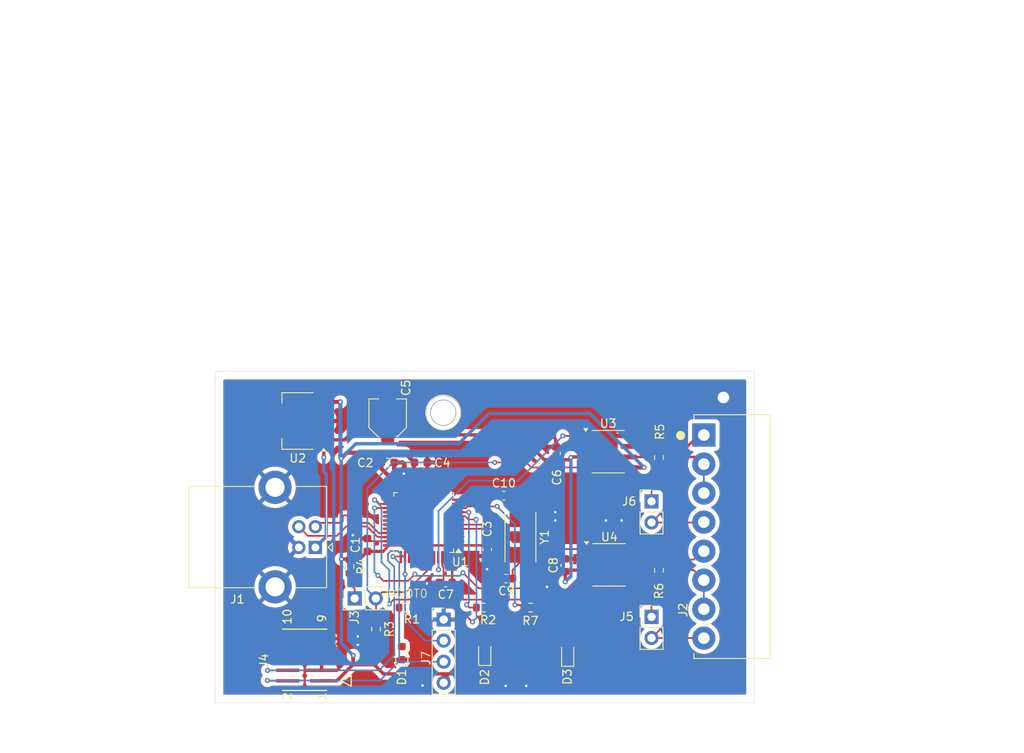
<source format=kicad_pcb>
(kicad_pcb (version 20241229) (generator "pcbnew") (generator_version "9.0")
  (title_block (title "USBCAN-X2") (date "2025-09-17") (comment 1 "Copyright 2025 Karl Yamashita"))
  (layers (0 "F.Cu" signal) (2 "B.Cu" signal) (13 "F.Paste" user) (15 "B.Paste" user) (5 "F.SilkS" user "F.Silkscreen") (7 "B.SilkS" user "B.Silkscreen") (1 "F.Mask" user) (3 "B.Mask" user) (25 "Edge.Cuts" user))
  (net 0 "")
  (net 1 "/LED_PA0")
  (net 2 "Net-(D1-A)")
  (net 3 "/LED_PA1")
  (net 4 "Net-(D2-A)")
  (net 5 "GND")
  (net 6 "CAN1_RX")
  (net 7 "3.3V")
  (net 8 "Net-(J3-Pin_1)")
  (net 9 "5V")
  (net 11 "CAN2_TX")
  (net 14 "/LED_PA2")
  (net 26 "SWDIO")
  (net 31 "SWDCLK")
  (net 33 "USB_P")
  (net 34 "CAN1_TX")
  (net 35 "CAN2_RX")
  (net 42 "CAN1_P")
  (net 43 "CAN1_N")
  (net 44 "CAN2_P")
  (net 45 "CAN2_N")
  (net 46 "USB_N")
  (net 51 "Net-(J2-Pin_8)")
  (net 52 "Net-(J2-Pin_4)")
  (net 53 "Net-(U1-PF0)")
  (net 54 "Net-(U1-PF1)")
  (net 55 "Net-(D3-A)")
  (footprint "Package_QFP:LQFP-48_7x7mm_P0.5mm" (layer "F.Cu") (at 150.1375 103.25 180)
    (property "Reference" "U1")
    (property "Value" "STM32G491CETx")
  )
  (footprint "Capacitor_SMD:C_0603_1608Metric" (layer "F.Cu") (at 160.075 110)
    (property "Reference" "C9")
    (property "Value" "18pF")
  )
  (footprint "Resistor_SMD:R_0603_1608Metric" (layer "F.Cu") (at 144.4 116.1 -90)
    (property "Reference" "R3")
    (property "Value" "10K")
  )
  (footprint "Connector_PinHeader_2.54mm:PinHeader_1x02_P2.54mm_Vertical" (layer "F.Cu") (at 177.6 100.7)
    (property "Reference" "J6")
    (property "Value" "Conn_01x02_Pin")
  )
  (footprint "Connector_Amphenol:Amphenol Anytek OQ0812510000G" (layer "F.Cu") (at 183.9075 104.945 -90)
    (property "Reference" "J2")
    (property "Value" "Screw_Terminal_01x08")
  )
  (footprint "Capacitor_SMD:C_0603_1608Metric" (layer "F.Cu") (at 152.8 110.5 180)
    (property "Reference" "C7")
    (property "Value" "0.1uF")
  )
  (footprint "Connector_PinHeader_2.54mm:PinHeader_1x04_P2.54mm_Vertical" (layer "F.Cu") (at 152.55 114.95)
    (property "Reference" "J7")
    (property "Value" "Alternative Debug Connector")
  )
  (footprint "Resistor_SMD:R_0603_1608Metric" (layer "F.Cu") (at 163.025 113.5)
    (property "Reference" "R7")
    (property "Value" "330")
  )
  (footprint "Resistor_SMD:R_0603_1608Metric" (layer "F.Cu") (at 157.325 113.5)
    (property "Reference" "R2")
    (property "Value" "330")
  )
  (footprint "Resistor_SMD:R_0603_1608Metric" (layer "F.Cu") (at 178.5 95.4 -90)
    (property "Reference" "R5")
    (property "Value" "120")
  )
  (footprint "Package_TO_SOT_SMD:SOT-223-3_TabPin2" (layer "F.Cu") (at 134.96 91 180)
    (property "Reference" "U2")
    (property "Value" "LM2936-3.3")
  )
  (footprint "Capacitor_SMD:C_0603_1608Metric" (layer "F.Cu") (at 157.8 106.5 -90)
    (property "Reference" "C3")
    (property "Value" "0.1uF")
  )
  (footprint "Resistor_SMD:R_0603_1608Metric" (layer "F.Cu") (at 141.2 108.55 -90)
    (property "Reference" "R4")
    (property "Value" "1k")
  )
  (footprint "Package_SO:SOIC-8-1EP_3.9x4.9mm_P1.27mm_EP2.29x3mm" (layer "F.Cu") (at 172.38 94.7)
    (property "Reference" "U3")
    (property "Value" "MCP2542FDxMF")
  )
  (footprint "LED_SMD:LED_0603_1608Metric" (layer "F.Cu") (at 167.5 119.1 90)
    (property "Reference" "D3")
    (property "Value" "LED Blue")
  )
  (footprint "Connector_USB:USB_B_Lumberg_2411_02_Horizontal" (layer "F.Cu") (at 137.0875 106.25 180)
    (property "Reference" "J1")
    (property "Value" "USB_B")
  )
  (footprint "Capacitor_SMD:C_0603_1608Metric" (layer "F.Cu") (at 145.8 96)
    (property "Reference" "C2")
    (property "Value" "0.1uF")
  )
  (footprint "Capacitor_SMD:C_0603_1608Metric" (layer "F.Cu") (at 149.8 96)
    (property "Reference" "C4")
    (property "Value" "0.1uF")
  )
  (footprint "Resistor_SMD:R_0603_1608Metric" (layer "F.Cu") (at 178.5 109 -90)
    (property "Reference" "R6")
    (property "Value" "120")
  )
  (footprint "Capacitor_SMD:C_0603_1608Metric" (layer "F.Cu") (at 159.8 100 180)
    (property "Reference" "C10")
    (property "Value" "18pF")
  )
  (footprint "LED_SMD:LED_0603_1608Metric" (layer "F.Cu") (at 147.5 119 90)
    (property "Reference" "D1")
    (property "Value" "LED Red")
  )
  (footprint "Capacitor_SMD:C_0603_1608Metric" (layer "F.Cu") (at 166.1 94.9 90)
    (property "Reference" "C6")
    (property "Value" "0.1uF")
  )
  (footprint "Capacitor_SMD:C_0603_1608Metric" (layer "F.Cu") (at 143.35 105.95 90)
    (property "Reference" "C1")
    (property "Value" "0.1uF")
  )
  (footprint "Connector_PinHeader_2.54mm:PinHeader_1x02_P2.54mm_Vertical" (layer "F.Cu") (at 141.825 112.4 90)
    (property "Reference" "J3")
    (property "Value" "BOOT0")
  )
  (footprint "Connector_PinHeader_2.54mm:PinHeader_1x02_P2.54mm_Vertical" (layer "F.Cu") (at 177.6 114.625)
    (property "Reference" "J5")
    (property "Value" "Conn_01x02_Pin")
  )
  (footprint "LED_SMD:LED_0603_1608Metric" (layer "F.Cu") (at 157.5 119 90)
    (property "Reference" "D2")
    (property "Value" "LED Green")
  )
  (footprint "Capacitor_SMD:C_Elec_4x5.4" (layer "F.Cu") (at 145.8 90.6 90)
    (property "Reference" "C5")
    (property "Value" "15uF")
  )
  (footprint "Package_SO:SOIC-8-1EP_3.9x4.9mm_P1.27mm_EP2.29x3mm" (layer "F.Cu") (at 172.47 108.35)
    (property "Reference" "U4")
    (property "Value" "MCP2542FDxMF")
  )
  (footprint "Crystal:Crystal_SMD_Abracon_ABM7-2Pin_6.0x3.5mm" (layer "F.Cu") (at 161.8 105 -90)
    (property "Reference" "Y1")
    (property "Value" "25MHz")
  )
  (footprint "Capacitor_SMD:C_0603_1608Metric" (layer "F.Cu") (at 167.2 108.4 90)
    (property "Reference" "C8")
    (property "Value" "0.1uF")
  )
  (footprint "Samtect:CON10_2X5_DUK_FTSH_SAI-M" (layer "F.Cu") (at 135.8 119.8 90)
    (property "Reference" "J4")
    (property "Value" "SWD  Debug")
  )
  (footprint "Resistor_SMD:R_0603_1608Metric" (layer "F.Cu") (at 148 113.5 180)
    (property "Reference" "R1")
    (property "Value" "330")
  )
  (gr_circle (center 152.5 89.969226) (end 154.2 91.2) (stroke (width 0.1)) (fill no) (layer "F.SilkS"))
  (gr_rect (start 125 85) (end 190 125) (stroke (width 0.05)) (fill no) (layer "Edge.Cuts"))
  (gr_text "USBCAN-X2" (at 170.1 122.95 0) (layer "F.Cu") (effects (font (size 1 1) (thickness 0.1)) (justify left bottom)))
  (gr_text "REV 1" (at 182.4 123.01225 0) (layer "F.Cu") (effects (font (size 1 1)) (justify left bottom)))
  (gr_text "BOOT0" (at 145.745 112.4 0) (layer "F.SilkS") (effects (font (size 1 1) (thickness 0.1)) (justify left bottom)))
  (via (at 152.5 90) (size 3.1) (drill 3) (layers "F.Cu" "B.Cu") (net 0))
  (segment (start 154.288 113.5) (end 156.019 115.231) (width 0.2) (layer "F.Cu") (net 1))
  (segment (start 156.459 102.874) (end 155.53 102.874) (width 0.2) (layer "F.Cu") (net 1))
  (segment (start 155.157 102.5) (end 154.3 102.5) (width 0.2) (layer "F.Cu") (net 1))
  (segment (start 155.53 102.874) (end 155.157 102.5) (width 0.2) (layer "F.Cu") (net 1))
  (segment (start 148.825 113.5) (end 154.288 113.5) (width 0.2) (layer "F.Cu") (net 1))
  (via (at 156.019 115.231) (size 0.6) (drill 0.3) (layers "F.Cu" "B.Cu") (net 1))
  (via (at 156.459 102.874) (size 0.6) (drill 0.3) (layers "F.Cu" "B.Cu") (net 1))
  (segment (start 156.5 114.75) (end 156.5 102.915) (width 0.2) (layer "B.Cu") (net 1))
  (segment (start 156.019 115.231) (end 156.5 114.75) (width 0.2) (layer "B.Cu") (net 1))
  (segment (start 156.5 102.915) (end 156.459 102.874) (width 0.2) (layer "B.Cu") (net 1))
  (segment (start 147.175 113.5) (end 147.175 117.888) (width 0.2) (layer "F.Cu") (net 2))
  (segment (start 147.175 117.888) (end 147.5 118.212) (width 0.2) (layer "F.Cu") (net 2))
  (segment (start 147.5 118.2125) (end 147.5 118.212) (width 0.2) (layer "F.Cu") (net 2))
  (segment (start 155.646 113.5) (end 155.318 113.172) (width 0.2) (layer "F.Cu") (net 3))
  (segment (start 155.564 102) (end 155.584 102.02) (width 0.2) (layer "F.Cu") (net 3))
  (segment (start 156.5 113.5) (end 155.646 113.5) (width 0.2) (layer "F.Cu") (net 3))
  (segment (start 154.3 102) (end 155.564 102) (width 0.2) (layer "F.Cu") (net 3))
  (via (at 155.584 102.02) (size 0.6) (drill 0.3) (layers "F.Cu" "B.Cu") (net 3))
  (via (at 155.318 113.172) (size 0.6) (drill 0.3) (layers "F.Cu" "B.Cu") (net 3))
  (segment (start 155.318 113.172) (end 155.584 112.906) (width 0.2) (layer "B.Cu") (net 3))
  (segment (start 155.584 112.906) (end 155.584 102.02) (width 0.2) (layer "B.Cu") (net 3))
  (segment (start 158.15 117.562) (end 157.5 118.212) (width 0.2) (layer "F.Cu") (net 4))
  (segment (start 157.5 118.2125) (end 157.5 118.212) (width 0.2) (layer "F.Cu") (net 4))
  (segment (start 158.15 113.5) (end 158.15 117.562) (width 0.2) (layer "F.Cu") (net 4))
  (segment (start 152.388 107.975) (end 152.388 107.413) (width 0.2) (layer "F.Cu") (net 5))
  (segment (start 159.3 108.775) (end 159.3 110) (width 0.2) (layer "F.Cu") (net 5))
  (segment (start 138.681 119.8) (end 138.773 119.8) (width 0.2) (layer "F.Cu") (net 5))
  (segment (start 138.681 119.8) (end 137.832 119.8) (width 0.2) (layer "F.Cu") (net 5))
  (segment (start 149.8875 97.5375) (end 150.575 96.85) (width 0.2) (layer "F.Cu") (net 5))
  (segment (start 152.388 108.538) (end 152.388 107.975) (width 0.2) (layer "F.Cu") (net 5))
  (segment (start 167.5 119.8875) (end 167.5 119.888) (width 0.2) (layer "F.Cu") (net 5))
  (segment (start 138.427 91) (end 138.11 91) (width 0.2) (layer "F.Cu") (net 5))
  (segment (start 149.8875 99.0875) (end 149.888 99.0875) (width 0.2) (layer "F.Cu") (net 5))
  (segment (start 147.5005 119.788) (end 147.5 119.7875) (width 0.2) (layer "F.Cu") (net 5))
  (segment (start 152.532 108.682) (end 152.388 108.538) (width 0.2) (layer "F.Cu") (net 5))
  (segment (start 157.6 119.888) (end 157.5 119.788) (width 0.2) (layer "F.Cu") (net 5))
  (segment (start 150.575 96.85) (end 150.575 96) (width 0.2) (layer "F.Cu") (net 5))
  (segment (start 135.088 106.295) (end 135.088 106.25) (width 0.2) (layer "F.Cu") (net 5))
  (segment (start 147.5 119.7875) (end 147.4995 119.788) (width 0.2) (layer "F.Cu") (net 5))
  (segment (start 138.773 119.8) (end 138.681 119.8) (width 0.2) (layer "F.Cu") (net 5))
  (segment (start 152.532 110.399) (end 152.532 108.682) (width 0.2) (layer "F.Cu") (net 5))
  (segment (start 143.805 105.5) (end 145.975 105.5) (width 0.2) (layer "F.Cu") (net 5))
  (segment (start 135.0875 106.25) (end 135.088 106.25) (width 0.2) (layer "F.Cu") (net 5))
  (segment (start 147.8875 99.0875) (end 147.8875 97.4875) (width 0.3) (layer "F.Cu") (net 5))
  (segment (start 157.8 107.275) (end 159.3 108.775) (width 0.2) (layer "F.Cu") (net 5))
  (segment (start 170.298 94.065) (end 169.905 94.065) (width 0.2) (layer "F.Cu") (net 5))
  (segment (start 143.35 105.175) (end 143.675 105.5) (width 0.2) (layer "F.Cu") (net 5))
  (segment (start 147.8875 97.4875) (end 147.75 97.35) (width 0.2) (layer "F.Cu") (net 5))
  (segment (start 132.228 112.177) (end 132.228 111) (width 0.2) (layer "F.Cu") (net 5))
  (segment (start 152.388 107.975) (end 152.388 107.412) (width 0.2) (layer "F.Cu") (net 5))
  (segment (start 143.675 105.5) (end 143.805 105.5) (width 0.2) (layer "F.Cu") (net 5))
  (segment (start 157.5 119.7875) (end 157.5 119.788) (width 0.2) (layer "F.Cu") (net 5))
  (segment (start 152.025 110.5) (end 152.431 110.5) (width 0.2) (layer "F.Cu") (net 5))
  (segment (start 147.8875 99.0875) (end 147.888 99.0875) (width 0.2) (layer "F.Cu") (net 5))
  (segment (start 152.431 110.5) (end 152.532 110.399) (width 0.2) (layer "F.Cu") (net 5))
  (segment (start 132.228 112.177) (end 132.2275 112.1765) (width 0.2) (layer "F.Cu") (net 5))
  (segment (start 149.8875 99.0875) (end 149.8875 97.5375) (width 0.3) (layer "F.Cu") (net 5))
  (segment (start 152.388 107.413) (end 152.3875 107.4125) (width 0.2) (layer "F.Cu") (net 5))
  (via (at 165 111) (size 0.6) (drill 0.3) (layers "F.Cu" "B.Cu") (net 5))
  (via (at 142.2 118) (size 0.6) (drill 0.3) (layers "F.Cu" "B.Cu") (net 5))
  (via (at 147.75 97.35) (size 0.6) (drill 0.3) (layers "F.Cu" "B.Cu") (net 5))
  (via (at 160.025 122.95) (size 0.6) (drill 0.3) (layers "F.Cu" "B.Cu") (net 5))
  (via (at 150 122.9) (size 0.6) (drill 0.3) (layers "F.Cu" "B.Cu") (net 5))
  (via (at 172.1 103) (size 0.6) (drill 0.3) (layers "F.Cu" "B.Cu") (net 5))
  (via (at 166 103) (size 0.6) (drill 0.3) (layers "F.Cu" "B.Cu") (net 5))
  (via (at 174 103) (size 0.6) (drill 0.3) (layers "F.Cu" "B.Cu") (net 5))
  (via (at 186.264398 88.162869) (size 2.8) (drill 1.4) (layers "F.Cu" "B.Cu") (net 5))
  (via (at 150.525 110.6) (size 0.6) (drill 0.3) (layers "F.Cu" "B.Cu") (net 5))
  (via (at 157.775 108.875) (size 0.6) (drill 0.3) (layers "F.Cu" "B.Cu") (net 5))
  (via (at 141.6 104.775) (size 0.6) (drill 0.3) (layers "F.Cu" "B.Cu") (net 5))
  (via (at 142.2 116.975) (size 0.6) (drill 0.3) (layers "F.Cu" "B.Cu") (net 5))
  (via (at 162.5 122.95) (size 0.6) (drill 0.3) (layers "F.Cu" "B.Cu") (net 5))
  (via (at 166 102) (size 0.6) (drill 0.3) (layers "F.Cu" "B.Cu") (net 5))
  (segment (start 132.228 100.925) (end 132.2275 100.9245) (width 0.2) (layer "B.Cu") (net 5))
  (segment (start 132.2275 100.9245) (end 132.2275 99) (width 0.2) (layer "B.Cu") (net 5))
  (segment (start 151.388 107.413) (end 151.3875 107.4125) (width 0.2) (layer "F.Cu") (net 6))
  (segment (start 151.388 107.8165) (end 151.388 107.413) (width 0.2) (layer "F.Cu") (net 6))
  (segment (start 158.7 96) (end 162.5 96) (width 0.2) (layer "F.Cu") (net 6))
  (segment (start 145.126 111.639) (end 144.365 112.4) (width 0.2) (layer "F.Cu") (net 6))
  (segment (start 144.4 115.275) (end 144.4 112.435) (width 0.2) (layer "F.Cu") (net 6))
  (segment (start 162.5 96) (end 163.105 96.605) (width 0.2) (layer "F.Cu") (net 6))
  (segment (start 151.388 107.8165) (end 151.388 108.221) (width 0.2) (layer "F.Cu") (net 6))
  (segment (start 151.388 108.221) (end 147.97 111.639) (width 0.2) (layer "F.Cu") (net 6))
  (segment (start 147.97 111.639) (end 145.126 111.639) (width 0.2) (layer "F.Cu") (net 6))
  (segment (start 144.4 112.435) (end 144.365 112.4) (width 0.2) (layer "F.Cu") (net 6))
  (segment (start 163.105 96.605) (end 169.905 96.605) (width 0.2) (layer "F.Cu") (net 6))
  (segment (start 151.388 107.412) (end 151.388 107.8165) (width 0.2) (layer "F.Cu") (net 6))
  (via (at 158.7 96) (size 0.6) (drill 0.3) (layers "F.Cu" "B.Cu") (net 6))
  (segment (start 143.35 111.385) (end 143.35 99.1) (width 0.2) (layer "B.Cu") (net 6))
  (segment (start 144.365 112.4) (end 143.35 111.385) (width 0.2) (layer "B.Cu") (net 6))
  (segment (start 143.35 99.1) (end 146.45 96) (width 0.2) (layer "B.Cu") (net 6))
  (segment (start 146.45 96) (end 158.7 96) (width 0.2) (layer "B.Cu") (net 6))
  (segment (start 149.025 96.475) (end 148.8875 96.6125) (width 0.4) (layer "F.Cu") (net 7))
  (segment (start 148.213 95.1877) (end 149.025 96) (width 0.5) (layer "F.Cu") (net 7))
  (segment (start 152.8875 107.4125) (end 152.8884 107.4125) (width 0.2) (layer "F.Cu") (net 7))
  (segment (start 152.9103 107.4344) (end 152.888 107.412) (width 0.2) (layer "F.Cu") (net 7))
  (segment (start 141.65 119.275) (end 141.612 119.313) (width 0.4) (layer "F.Cu") (net 7))
  (segment (start 141.612 120.388) (end 139.66 122.34) (width 0.4) (layer "F.Cu") (net 7))
  (segment (start 140.2 95.5131) (end 140.8881 94.825) (width 0.5) (layer "F.Cu") (net 7))
  (segment (start 144.2 120.4) (end 145.3 121.5) (width 0.4) (layer "F.Cu") (net 7))
  (segment (start 168.06 121.5) (end 174.945 114.615) (width 0.4) (layer "F.Cu") (net 7))
  (segment (start 154.3 106) (end 157.525 106) (width 0.3) (layer "F.Cu") (net 7))
  (segment (start 139.66 122.34) (end 137.832 122.34) (width 0.4) (layer "F.Cu") (net 7))
  (segment (start 152.888 107.412) (end 154.3 106) (width 0.3) (layer "F.Cu") (net 7))
  (segment (start 157.525 106) (end 157.8 105.725) (width 0.2) (layer "F.Cu") (net 7))
  (segment (start 145.25 106.725) (end 145.975 106) (width 0.3) (layer "F.Cu") (net 7))
  (segment (start 148.8875 99.0875) (end 148.888 99.0875) (width 0.2) (layer "F.Cu") (net 7))
  (segment (start 145.025 96.725) (end 147.2865 98.9865) (width 0.5) (layer "F.Cu") (net 7))
  (segment (start 140.1 88.7) (end 138.11 88.7) (width 0.5) (layer "F.Cu") (net 7))
  (segment (start 153.575 108.1) (end 152.9103 107.4344) (width 0.3) (layer "F.Cu") (net 7))
  (segment (start 148.888 99.0875) (end 149.3875 99.0875) (width 0.2) (layer "F.Cu") (net 7))
  (segment (start 152.8884 107.4125) (end 152.9103 107.4344) (width 0.2) (layer "F.Cu") (net 7))
  (segment (start 141.65 120.338) (end 141.712 120.4) (width 0.4) (layer "F.Cu") (net 7))
  (segment (start 147.8503 94.825) (end 148.213 95.1877) (width 0.5) (layer "F.Cu") (net 7))
  (segment (start 140.221 107.656) (end 141.131 107.656) (width 0.4) (layer "F.Cu") (net 7))
  (segment (start 145.025 96) (end 145.025 94.825) (width 0.5) (layer "F.Cu") (net 7))
  (segment (start 145.3 121.5) (end 152.55 121.5) (width 0.4) (layer "F.Cu") (net 7))
  (segment (start 153.575 110.5) (end 153.575 108.1) (width 0.3) (layer "F.Cu") (net 7))
  (segment (start 145.025 94.825) (end 147.8503 94.825) (width 0.5) (layer "F.Cu") (net 7))
  (segment (start 174.855 96.605) (end 176.695 96.605) (width 0.5) (layer "F.Cu") (net 7))
  (segment (start 174.945 114.615) (end 174.945 110.255) (width 0.4) (layer "F.Cu") (net 7))
  (segment (start 149.025 96) (end 149.025 96.475) (width 0.2) (layer "F.Cu") (net 7))
  (segment (start 152.55 122.57) (end 152.55 121.5) (width 0.2) (layer "F.Cu") (net 7))
  (segment (start 141.131 107.656) (end 141.2 107.725) (width 0.2) (layer "F.Cu") (net 7))
  (segment (start 145.025 96) (end 145.025 96.725) (width 0.5) (layer "F.Cu") (net 7))
  (segment (start 143.35 106.725) (end 145.25 106.725) (width 0.4) (layer "F.Cu") (net 7))
  (segment (start 140.8881 94.825) (end 145.025 94.825) (width 0.5) (layer "F.Cu") (net 7))
  (segment (start 147.2865 98.9865) (end 147.2865 99.0875) (width 0.5) (layer "F.Cu") (net 7))
  (segment (start 145.975 106) (end 154.3 106) (width 0.3) (layer "F.Cu") (net 7))
  (segment (start 148.8875 96.6125) (end 148.8875 99.0875) (width 0.3) (layer "F.Cu") (net 7))
  (segment (start 142.35 107.725) (end 143.35 106.725) (width 0.4) (layer "F.Cu") (net 7))
  (segment (start 141.2 107.725) (end 142.35 107.725) (width 0.4) (layer "F.Cu") (net 7))
  (segment (start 152.55 121.5) (end 168.06 121.5) (width 0.4) (layer "F.Cu") (net 7))
  (segment (start 149.3875 99.0875) (end 149.388 99.0875) (width 0.2) (layer "F.Cu") (net 7))
  (segment (start 141.65 119.275) (end 141.65 120.338) (width 0.4) (layer "F.Cu") (net 7))
  (segment (start 141.712 120.4) (end 144.2 120.4) (width 0.4) (layer "F.Cu") (net 7))
  (segment (start 176.695 96.605) (end 176.7 96.6) (width 0.2) (layer "F.Cu") (net 7))
  (segment (start 141.612 119.313) (end 141.612 120.388) (width 0.4) (layer "F.Cu") (net 7))
  (via (at 140.221 107.656) (size 0.6) (drill 0.3) (layers "F.Cu" "B.Cu") (net 7))
  (via (at 140.2 95.5131) (size 0.6) (drill 0.3) (layers "F.Cu" "B.Cu") (net 7))
  (via (at 141.65 119.275) (size 0.6) (drill 0.3) (layers "F.Cu" "B.Cu") (net 7))
  (via (at 176.7 96.6) (size 0.6) (drill 0.3) (layers "F.Cu" "B.Cu") (net 7))
  (via (at 140.1 88.7) (size 0.6) (drill 0.3) (layers "F.Cu" "B.Cu") (net 7))
  (segment (start 140.221 107.656) (end 140.2 107.635) (width 0.2) (layer "B.Cu") (net 7))
  (segment (start 154.3567 93.7433) (end 141.9698 93.7433) (width 0.4) (layer "B.Cu") (net 7))
  (segment (start 140.1 88.7) (end 140.1 95.4131) (width 0.5) (layer "B.Cu") (net 7))
  (segment (start 158 90.1) (end 154.3567 93.7433) (width 0.4) (layer "B.Cu") (net 7))
  (segment (start 170.2 90.1) (end 158 90.1) (width 0.4) (layer "B.Cu") (net 7))
  (segment (start 140.2 95.5131) (end 140.2 107.635) (width 0.4) (layer "B.Cu") (net 7))
  (segment (start 140.8 118.375) (end 140.221 117.796) (width 0.4) (layer "B.Cu") (net 7))
  (segment (start 140.1 95.4131) (end 140.2 95.5131) (width 0.5) (layer "B.Cu") (net 7))
  (segment (start 140.8 118.425) (end 140.8 118.375) (width 0.4) (layer "B.Cu") (net 7))
  (segment (start 141.65 119.275) (end 140.8 118.425) (width 0.4) (layer "B.Cu") (net 7))
  (segment (start 176.7 96.6) (end 170.2 90.1) (width 0.4) (layer "B.Cu") (net 7))
  (segment (start 141.9698 93.7433) (end 140.2 95.5131) (width 0.4) (layer "B.Cu") (net 7))
  (segment (start 140.221 117.796) (end 140.221 107.656) (width 0.4) (layer "B.Cu") (net 7))
  (segment (start 141.825 111.248) (end 141.2 110.623) (width 0.2) (layer "F.Cu") (net 8))
  (segment (start 141.2 110.623) (end 141.2 109.375) (width 0.2) (layer "F.Cu") (net 8))
  (segment (start 141.825 112.4) (end 141.825 111.248) (width 0.2) (layer "F.Cu") (net 8))
  (segment (start 141.6 92.275) (end 140.6 93.275) (width 0.4) (layer "F.Cu") (net 9))
  (segment (start 167.6092 95.675) (end 167.881 95.4032) (width 0.4) (layer "F.Cu") (net 9))
  (segment (start 146.202 92.6767) (end 161.702 92.6767) (width 0.4) (layer "F.Cu") (net 9))
  (segment (start 167.881 95.4032) (end 167.949 95.335) (width 0.2) (layer "F.Cu") (net 9))
  (segment (start 145.8 92.275) (end 141.6 92.275) (width 0.4) (layer "F.Cu") (net 9))
  (segment (start 138.1 95.4) (end 138.1 95.025) (width 0.4) (layer "F.Cu") (net 9))
  (segment (start 164.7003 95.675) (end 166.1 95.675) (width 0.4) (layer "F.Cu") (net 9))
  (segment (start 167.39 108.985) (end 167.2 109.175) (width 0.2) (layer "F.Cu") (net 9))
  (segment (start 169.995 108.985) (end 167.39 108.985) (width 0.4) (layer "F.Cu") (net 9))
  (segment (start 140.6 93.275) (end 138.135 93.275) (width 0.4) (layer "F.Cu") (net 9))
  (segment (start 138.1 95.025) (end 138.11 95.015) (width 0.4) (layer "F.Cu") (net 9))
  (segment (start 161.702 92.6767) (end 164.7003 95.675) (width 0.4) (layer "F.Cu") (net 9))
  (segment (start 167.772 95.4032) (end 167.881 95.4032) (width 0.2) (layer "F.Cu") (net 9))
  (segment (start 138.11 95.015) (end 138.11 93.3) (width 0.4) (layer "F.Cu") (net 9))
  (segment (start 166.1 95.675) (end 167.6092 95.675) (width 0.4) (layer "F.Cu") (net 9))
  (segment (start 167.949 95.335) (end 169.905 95.335) (width 0.4) (layer "F.Cu") (net 9))
  (segment (start 138.135 93.275) (end 138.11 93.3) (width 0.4) (layer "F.Cu") (net 9))
  (segment (start 145.8 92.275) (end 146.202 92.6767) (width 0.2) (layer "F.Cu") (net 9))
  (segment (start 167.2 109.175) (end 167.2 110.4) (width 0.4) (layer "F.Cu") (net 9))
  (via (at 167.2 110.4) (size 0.6) (drill 0.3) (layers "F.Cu" "B.Cu") (net 9))
  (via (at 167.881 95.4032) (size 0.6) (drill 0.3) (layers "F.Cu" "B.Cu") (net 9))
  (via (at 138.1 95.4) (size 0.6) (drill 0.3) (layers "F.Cu" "B.Cu") (net 9))
  (segment (start 137.088 105.699) (end 137.0875 105.6995) (width 0.2) (layer "B.Cu") (net 9))
  (segment (start 137.0875 105.6995) (end 137.0875 106.25) (width 0.2) (layer "B.Cu") (net 9))
  (segment (start 167.881 95.4032) (end 167.881 109.719) (width 0.4) (layer "B.Cu") (net 9))
  (segment (start 138.1 97.1) (end 138.4 97.4) (width 0.4) (layer "B.Cu") (net 9))
  (segment (start 138.4 104.9375) (end 137.0875 106.25) (width 0.4) (layer "B.Cu") (net 9))
  (segment (start 138.4 97.4) (end 138.4 104.9375) (width 0.4) (layer "B.Cu") (net 9))
  (segment (start 167.881 109.719) (end 167.2 110.4) (width 0.4) (layer "B.Cu") (net 9))
  (segment (start 138.1 95.4) (end 138.1 97.1) (width 0.4) (layer "B.Cu") (net 9))
  (segment (start 137.088 106.25) (end 137.088 105.699) (width 0.2) (layer "B.Cu") (net 9))
  (segment (start 149.075 109.475) (end 148.275 110.275) (width 0.2) (layer "F.Cu") (net 11))
  (segment (start 166.455 106.445) (end 169.995 106.445) (width 0.2) (layer "F.Cu") (net 11))
  (segment (start 144.225 101.5) (end 145.975 101.5) (width 0.2) (layer "F.Cu") (net 11))
  (segment (start 145.275 110.275) (end 144.625 109.625) (width 0.2) (layer "F.Cu") (net 11))
  (segment (start 161.717 111.183) (end 166.455 106.445) (width 0.2) (layer "F.Cu") (net 11))
  (segment (start 148.2 110.275) (end 145.275 110.275) (width 0.2) (layer "F.Cu") (net 11))
  (segment (start 154.878 109.307) (end 156.754 111.183) (width 0.2) (layer "F.Cu") (net 11))
  (segment (start 148.275 110.275) (end 148.2 110.275) (width 0.2) (layer "F.Cu") (net 11))
  (segment (start 156.754 111.183) (end 161.717 111.183) (width 0.2) (layer "F.Cu") (net 11))
  (via (at 154.878 109.307) (size 0.6) (drill 0.3) (layers "F.Cu" "B.Cu") (net 11))
  (via (at 149.075 109.475) (size 0.6) (drill 0.3) (layers "F.Cu" "B.Cu") (net 11))
  (via (at 144.625 109.625) (size 0.6) (drill 0.3) (layers "F.Cu" "B.Cu") (net 11))
  (via (at 144.225 101.5) (size 0.6) (drill 0.3) (layers "F.Cu" "B.Cu") (net 11))
  (segment (start 144.225 101.5) (end 144.201 101.524) (width 0.2) (layer "B.Cu") (net 11))
  (segment (start 149.275 109.675) (end 154.51 109.675) (width 0.2) (layer "B.Cu") (net 11))
  (segment (start 154.51 109.675) (end 154.878 109.307) (width 0.2) (layer "B.Cu") (net 11))
  (segment (start 144.201 109.201) (end 144.625 109.625) (width 0.2) (layer "B.Cu") (net 11))
  (segment (start 144.201 101.524) (end 144.201 109.201) (width 0.2) (layer "B.Cu") (net 11))
  (segment (start 149.075 109.475) (end 149.275 109.675) (width 0.2) (layer "B.Cu") (net 11))
  (segment (start 155.252 101.5) (end 154.3 101.5) (width 0.2) (layer "F.Cu") (net 14))
  (segment (start 158.981 101.3) (end 155.452 101.3) (width 0.2) (layer "F.Cu") (net 14))
  (segment (start 161.132 113.186) (end 161.886 113.186) (width 0.2) (layer "F.Cu") (net 14))
  (segment (start 161.886 113.186) (end 162.2 113.5) (width 0.2) (layer "F.Cu") (net 14))
  (segment (start 155.452 101.3) (end 155.252 101.5) (width 0.2) (layer "F.Cu") (net 14))
  (via (at 161.132 113.186) (size 0.6) (drill 0.3) (layers "F.Cu" "B.Cu") (net 14))
  (via (at 158.981 101.3) (size 0.6) (drill 0.3) (layers "F.Cu" "B.Cu") (net 14))
  (segment (start 161.132 103.451) (end 158.981 101.3) (width 0.2) (layer "B.Cu") (net 14))
  (segment (start 161.132 113.186) (end 161.132 103.451) (width 0.2) (layer "B.Cu") (net 14))
  (segment (start 147.317 107.342) (end 147.388 107.412) (width 0.2) (layer "F.Cu") (net 26))
  (segment (start 133.768 122.34) (end 131.34 122.34) (width 0.2) (layer "F.Cu") (net 26))
  (segment (start 146.442 107.342) (end 146.659 107.342) (width 0.2) (layer "F.Cu") (net 26))
  (segment (start 147.3875 107.4125) (end 147.388 107.412) (width 0.2) (layer "F.Cu") (net 26))
  (segment (start 146.442 107.342) (end 146.659 107.342) (width 0.2) (layer "F.Cu") (net 26))
  (segment (start 146.659 107.342) (end 147.317 107.342) (width 0.2) (layer "F.Cu") (net 26))
  (segment (start 146.659 107.342) (end 146.442 107.342) (width 0.2) (layer "F.Cu") (net 26))
  (segment (start 131.34 122.34) (end 131.3 122.3) (width 0.2) (layer "F.Cu") (net 26))
  (via (at 146.442 107.342) (size 0.6) (drill 0.3) (layers "F.Cu" "B.Cu") (net 26))
  (via (at 131.3 122.3) (size 0.6) (drill 0.3) (layers "F.Cu" "B.Cu") (net 26))
  (segment (start 147.2 108.1) (end 147.2 119.975) (width 0.2) (layer "B.Cu") (net 26))
  (segment (start 152.55 120.03) (end 147.255 120.03) (width 0.2) (layer "B.Cu") (net 26))
  (segment (start 152.55 120.03) (end 152.53 120.05) (width 0.2) (layer "B.Cu") (net 26))
  (segment (start 146.442 107.342) (end 147.2 108.1) (width 0.2) (layer "B.Cu") (net 26))
  (segment (start 144.875 122.3) (end 131.3 122.3) (width 0.2) (layer "B.Cu") (net 26))
  (segment (start 147.255 120.03) (end 147.2 119.975) (width 0.2) (layer "B.Cu") (net 26))
  (segment (start 147.2 119.975) (end 144.875 122.3) (width 0.2) (layer "B.Cu") (net 26))
  (segment (start 147.8875 109.4625) (end 147.9 109.475) (width 0.2) (layer "F.Cu") (net 31))
  (segment (start 147.8875 107.4125) (end 147.8875 109.4625) (width 0.2) (layer "F.Cu") (net 31))
  (segment (start 147.888 107.413) (end 147.8875 107.4125) (width 0.2) (layer "F.Cu") (net 31))
  (segment (start 133.768 121.07) (end 131.33 121.07) (width 0.2) (layer "F.Cu") (net 31))
  (segment (start 147.888 107.412) (end 147.888 107.825) (width 0.2) (layer "F.Cu") (net 31))
  (segment (start 147.888 107.825) (end 147.888 107.413) (width 0.2) (layer "F.Cu") (net 31))
  (segment (start 131.33 121.07) (end 131.325 121.075) (width 0.2) (layer "F.Cu") (net 31))
  (via (at 147.9 109.475) (size 0.6) (drill 0.3) (layers "F.Cu" "B.Cu") (net 31))
  (via (at 131.325 121.075) (size 0.6) (drill 0.3) (layers "F.Cu" "B.Cu") (net 31))
  (segment (start 150.335 117.49) (end 152.55 117.49) (width 0.2) (layer "B.Cu") (net 31))
  (segment (start 147.9 109.475) (end 147.9 115.075) (width 0.2) (layer "B.Cu") (net 31))
  (segment (start 147.9 115.075) (end 150.325 117.5) (width 0.2) (layer "B.Cu") (net 31))
  (segment (start 144.775 121.075) (end 131.325 121.075) (width 0.2) (layer "B.Cu") (net 31))
  (segment (start 147.9 109.475) (end 147.9 107.575) (width 0.2) (layer "B.Cu") (net 31))
  (segment (start 146.595 119.255) (end 144.775 121.075) (width 0.2) (layer "B.Cu") (net 31))
  (segment (start 145.841 107.841) (end 146.595 108.595) (width 0.2) (layer "B.Cu") (net 31))
  (segment (start 150.325 117.5) (end 150.335 117.49) (width 0.2) (layer "B.Cu") (net 31))
  (segment (start 145.841 107.009) (end 145.841 107.841) (width 0.2) (layer "B.Cu") (net 31))
  (segment (start 147.9 107.575) (end 147 106.675) (width 0.2) (layer "B.Cu") (net 31))
  (segment (start 146.175 106.675) (end 145.841 107.009) (width 0.2) (layer "B.Cu") (net 31))
  (segment (start 146.595 108.595) (end 146.595 119.255) (width 0.2) (layer "B.Cu") (net 31))
  (segment (start 147 106.675) (end 146.175 106.675) (width 0.2) (layer "B.Cu") (net 31))
  (segment (start 136.1885 104.851) (end 135.0875 103.75) (width 0.2) (layer "F.Cu") (net 33))
  (segment (start 139.674 104.851) (end 136.1885 104.851) (width 0.2) (layer "F.Cu") (net 33))
  (segment (start 144.843749 104.975) (end 144.556802 104.975) (width 0.2) (layer "F.Cu") (net 33))
  (segment (start 135.0875 103.75) (end 135.088 103.75) (width 0.2) (layer "F.Cu") (net 33))
  (segment (start 143.306802 103.725) (end 140.8 103.725) (width 0.2) (layer "F.Cu") (net 33))
  (segment (start 144.556802 104.975) (end 143.306802 103.725) (width 0.2) (layer "F.Cu") (net 33))
  (segment (start 140.8 103.725) (end 139.674 104.851) (width 0.2) (layer "F.Cu") (net 33))
  (segment (start 145.975 105) (end 144.868749 105) (width 0.2) (layer "F.Cu") (net 33))
  (segment (start 144.868749 105) (end 144.843749 104.975) (width 0.2) (layer "F.Cu") (net 33))
  (segment (start 151.9085 107.4335) (end 151.8875 107.4125) (width 0.2) (layer "F.Cu") (net 34))
  (segment (start 169.9 92.8) (end 169.905 92.795) (width 0.2) (layer "F.Cu") (net 34))
  (segment (start 151.909 107.4335) (end 151.93 107.455) (width 0.2) (layer "F.Cu") (net 34))
  (segment (start 166.9 92.8) (end 169.9 92.8) (width 0.2) (layer "F.Cu") (net 34))
  (segment (start 151.888 107.412) (end 151.909 107.4335) (width 0.2) (layer "F.Cu") (net 34))
  (segment (start 151.909 107.4335) (end 151.9085 107.4335) (width 0.2) (layer "F.Cu") (net 34))
  (segment (start 151.93 107.455) (end 151.93 108.931) (width 0.2) (layer "F.Cu") (net 34))
  (via (at 151.93 108.931) (size 0.6) (drill 0.3) (layers "F.Cu" "B.Cu") (net 34))
  (via (at 166.9 92.8) (size 0.6) (drill 0.3) (layers "F.Cu" "B.Cu") (net 34))
  (segment (start 151.931 108.931) (end 152 109) (width 0.2) (layer "B.Cu") (net 34))
  (segment (start 155.6 98.2) (end 161.5 98.2) (width 0.2) (layer "B.Cu") (net 34))
  (segment (start 161.5 98.2) (end 166.9 92.8) (width 0.2) (layer "B.Cu") (net 34))
  (segment (start 151.93 108.931) (end 151.931 108.931) (width 0.2) (layer "B.Cu") (net 34))
  (segment (start 151.93 108.931) (end 151.93 101.87) (width 0.2) (layer "B.Cu") (net 34))
  (segment (start 151.93 101.87) (end 155.6 98.2) (width 0.2) (layer "B.Cu") (net 34))
  (segment (start 145.994 113.057) (end 146.511 112.54) (width 0.2) (layer "F.Cu") (net 35))
  (segment (start 166.16 112.54) (end 168.445 110.255) (width 0.2) (layer "F.Cu") (net 35))
  (segment (start 144.3341 100.525) (end 144.225 100.525) (width 0.2) (layer "F.Cu") (net 35))
  (segment (start 146.511 112.54) (end 166.16 112.54) (width 0.2) (layer "F.Cu") (net 35))
  (segment (start 145.975 101) (end 144.8091 101) (width 0.2) (layer "F.Cu") (net 35))
  (segment (start 168.445 110.255) (end 169.995 110.255) (width 0.2) (layer "F.Cu") (net 35))
  (segment (start 144.8091 101) (end 144.3341 100.525) (width 0.2) (layer "F.Cu") (net 35))
  (via (at 145.994 113.057) (size 0.6) (drill 0.3) (layers "F.Cu" "B.Cu") (net 35))
  (via (at 144.225 100.525) (size 0.6) (drill 0.3) (layers "F.Cu" "B.Cu") (net 35))
  (segment (start 144.225 100.525) (end 145.056 101.356) (width 0.2) (layer "B.Cu") (net 35))
  (segment (start 145.056 101.356) (end 145.056 108.052) (width 0.2) (layer "B.Cu") (net 35))
  (segment (start 145.056 108.052) (end 145.994 108.99) (width 0.2) (layer "B.Cu") (net 35))
  (segment (start 145.994 108.99) (end 145.994 113.057) (width 0.2) (layer "B.Cu") (net 35))
  (segment (start 183.908 92.695) (end 183.9075 92.695) (width 0.2) (layer "F.Cu") (net 42))
  (segment (start 179.787499 94.065) (end 174.855 94.065) (width 0.3) (layer "F.Cu") (net 42))
  (segment (start 180.854726 94.065) (end 179.787499 94.065) (width 0.3) (layer "F.Cu") (net 42))
  (segment (start 183.9075 92.695) (end 183.305 92.695) (width 0.3) (layer "F.Cu") (net 42))
  (segment (start 183.305 92.695) (end 181.935 94.065) (width 0.3) (layer "F.Cu") (net 42))
  (segment (start 181.935 94.065) (end 180.854726 94.065) (width 0.3) (layer "F.Cu") (net 42))
  (segment (start 183.9075 93.3453) (end 183.9075 92.695) (width 0.2) (layer "B.Cu") (net 42))
  (segment (start 183.908 93.3458) (end 183.9075 93.3453) (width 0.2) (layer "B.Cu") (net 42))
  (segment (start 183.908 93.3458) (end 182.8542 93.3458) (width 0.2) (layer "B.Cu") (net 42))
  (segment (start 183.908 92.695) (end 183.908 93.3458) (width 0.2) (layer "B.Cu") (net 42))
  (segment (start 177.6 95.335) (end 183.0375 95.335) (width 0.3) (layer "F.Cu") (net 43))
  (segment (start 183.9075 99.695) (end 183.9077 99.6948) (width 0.2) (layer "F.Cu") (net 43))
  (segment (start 183.478 95.765) (end 183.9075 96.1945) (width 0.2) (layer "F.Cu") (net 43))
  (segment (start 177.6 100.7) (end 177.6 95.335) (width 0.2) (layer "F.Cu") (net 43))
  (segment (start 183.9025 96.2) (end 183.9075 96.195) (width 0.2) (layer "F.Cu") (net 43))
  (segment (start 183.0375 95.335) (end 183.9025 96.2) (width 0.3) (layer "F.Cu") (net 43))
  (segment (start 183.712 99.5) (end 183.9077 99.6948) (width 0.2) (layer "F.Cu") (net 43))
  (segment (start 183.478 95.765) (end 183.908 96.195) (width 0.2) (layer "F.Cu") (net 43))
  (segment (start 183.9075 96.1945) (end 183.9075 96.195) (width 0.2) (layer "F.Cu") (net 43))
  (segment (start 183.9077 99.6948) (end 183.908 99.695) (width 0.2) (layer "F.Cu") (net 43))
  (segment (start 174.855 95.335) (end 177.6 95.335) (width 0.3) (layer "F.Cu") (net 43))
  (segment (start 183.9075 97.9455) (end 183.9075 99.695) (width 0.2) (layer "B.Cu") (net 43))
  (segment (start 183.908 97.945) (end 183.9075 97.9455) (width 0.2) (layer "B.Cu") (net 43))
  (segment (start 183.908 99.695) (end 183.908 97.945) (width 0.2) (layer "B.Cu") (net 43))
  (segment (start 183.908 97.945) (end 183.908 96.195) (width 0.2) (layer "B.Cu") (net 43))
  (segment (start 183.9075 96.195) (end 183.908 96.195) (width 0.2) (layer "B.Cu") (net 43))
  (segment (start 183.396612 107.003388) (end 183.599112 107.003388) (width 0.2) (layer "F.Cu") (net 44))
  (segment (start 183.599112 107.003388) (end 183.9075 106.695) (width 0.2) (layer "F.Cu") (net 44))
  (segment (start 179.935504 107.715) (end 181.752344 107.715) (width 0.2) (layer "F.Cu") (net 44))
  (segment (start 183.505 106.695) (end 183.9075 106.695) (width 0.2) (layer "F.Cu") (net 44))
  (segment (start 181.752344 107.715) (end 182.685 107.715) (width 0.2) (layer "F.Cu") (net 44))
  (segment (start 183.905 106.6975) (end 183.9075 106.695) (width 0.2) (layer "F.Cu") (net 44))
  (segment (start 183.902 106.7) (end 183.905 106.6975) (width 0.2) (layer "F.Cu") (net 44))
  (segment (start 174.945 107.715) (end 179.935504 107.715) (width 0.2) (layer "F.Cu") (net 44))
  (segment (start 182.685 107.715) (end 183.396612 107.003388) (width 0.2) (layer "F.Cu") (net 44))
  (segment (start 183.905 106.6975) (end 183.908 106.695) (width 0.2) (layer "F.Cu") (net 44))
  (segment (start 183.9075 113.6945) (end 183.8217 113.6086) (width 0.2) (layer "F.Cu") (net 45))
  (segment (start 177.6 108.985) (end 177.374983 108.985) (width 0.2) (layer "F.Cu") (net 45))
  (segment (start 183.9075 110.195) (end 183.9077 110.1948) (width 0.2) (layer "F.Cu") (net 45))
  (segment (start 177.6 114.625) (end 177.6 108.985) (width 0.2) (layer "F.Cu") (net 45))
  (segment (start 180.82039 108.985) (end 177.6 108.985) (width 0.2) (layer "F.Cu") (net 45))
  (segment (start 183.298 113.085) (end 183.8217 113.6086) (width 0.2) (layer "F.Cu") (net 45))
  (segment (start 183.9075 110.195) (end 182.6975 108.985) (width 0.2) (layer "F.Cu") (net 45))
  (segment (start 183.9075 113.695) (end 183.9075 113.6945) (width 0.2) (layer "F.Cu") (net 45))
  (segment (start 177.374983 108.985) (end 174.945 108.985) (width 0.2) (layer "F.Cu") (net 45))
  (segment (start 183.9077 110.1948) (end 183.908 110.195) (width 0.2) (layer "F.Cu") (net 45))
  (segment (start 182.6975 108.985) (end 180.82039 108.985) (width 0.2) (layer "F.Cu") (net 45))
  (segment (start 183.8217 113.6086) (end 183.908 113.695) (width 0.2) (layer "F.Cu") (net 45))
  (segment (start 183.9075 110.195) (end 183.908 110.195) (width 0.2) (layer "B.Cu") (net 45))
  (segment (start 183.908 113.695) (end 183.908 110.195) (width 0.2) (layer "B.Cu") (net 45))
  (segment (start 183.9075 113.695) (end 183.908 113.695) (width 0.2) (layer "B.Cu") (net 45))
  (segment (start 140.149346 103.275) (end 140.029346 103.275) (width 0.2) (layer "F.Cu") (net 46))
  (segment (start 141.349346 103.275) (end 141.229346 103.275) (width 0.2) (layer "F.Cu") (net 46))
  (segment (start 140.989346 103.035) (end 140.989346 102.617687) (width 0.2) (layer "F.Cu") (net 46))
  (segment (start 144.743198 104.525) (end 143.493198 103.275) (width 0.2) (layer "F.Cu") (net 46))
  (segment (start 140.029346 103.275) (end 138.673025 103.275) (width 0.2) (layer "F.Cu") (net 46))
  (segment (start 138.673025 103.275) (end 137.5625 103.275) (width 0.2) (layer "F.Cu") (net 46))
  (segment (start 144.868749 104.5) (end 144.843749 104.525) (width 0.2) (layer "F.Cu") (net 46))
  (segment (start 141.589346 102.617687) (end 141.589346 103.035) (width 0.2) (layer "F.Cu") (net 46))
  (segment (start 143.493198 103.275) (end 142.429346 103.275) (width 0.2) (layer "F.Cu") (net 46))
  (segment (start 142.189346 103.035) (end 142.189346 102.617687) (width 0.2) (layer "F.Cu") (net 46))
  (segment (start 141.949346 102.377687) (end 141.829346 102.377687) (width 0.2) (layer "F.Cu") (net 46))
  (segment (start 144.843749 104.525) (end 144.743198 104.525) (width 0.2) (layer "F.Cu") (net 46))
  (segment (start 137.5625 103.275) (end 137.0875 103.75) (width 0.2) (layer "F.Cu") (net 46))
  (segment (start 140.749346 102.377687) (end 140.629346 102.377687) (width 0.2) (layer "F.Cu") (net 46))
  (segment (start 145.975 104.5) (end 144.868749 104.5) (width 0.2) (layer "F.Cu") (net 46))
  (segment (start 140.389346 102.617687) (end 140.389346 103.035) (width 0.2) (layer "F.Cu") (net 46))
  (arc (start 142.429346 103.275) (mid 142.25964 103.204706) (end 142.189346 103.035) (width 0.2) (layer "F.Cu") (net 46))
  (arc (start 141.829346 102.377687) (mid 141.65964 102.447981) (end 141.589346 102.617687) (width 0.2) (layer "F.Cu") (net 46))
  (arc (start 140.389346 103.035) (mid 140.319052 103.204706) (end 140.149346 103.275) (width 0.2) (layer "F.Cu") (net 46))
  (arc (start 141.589346 103.035) (mid 141.519052 103.204706) (end 141.349346 103.275) (width 0.2) (layer "F.Cu") (net 46))
  (arc (start 142.189346 102.617687) (mid 142.119052 102.447981) (end 141.949346 102.377687) (width 0.2) (layer "F.Cu") (net 46))
  (arc (start 140.989346 102.617687) (mid 140.919052 102.447981) (end 140.749346 102.377687) (width 0.2) (layer "F.Cu") (net 46))
  (arc (start 141.229346 103.275) (mid 141.05964 103.204706) (end 140.989346 103.035) (width 0.2) (layer "F.Cu") (net 46))
  (arc (start 140.629346 102.377687) (mid 140.45964 102.447981) (end 140.389346 102.617687) (width 0.2) (layer "F.Cu") (net 46))
  (segment (start 179.3 115.465) (end 177.6 117.165) (width 0.2) (layer "F.Cu") (net 51))
  (segment (start 183.8775 117.165) (end 183.9075 117.195) (width 0.2) (layer "F.Cu") (net 51))
  (segment (start 179.3 110.625) (end 179.3 115.465) (width 0.2) (layer "F.Cu") (net 51))
  (segment (start 177.6 117.165) (end 183.8775 117.165) (width 0.2) (layer "F.Cu") (net 51))
  (segment (start 178.5 109.825) (end 179.3 110.625) (width 0.2) (layer "F.Cu") (net 51))
  (segment (start 183.9075 117.195) (end 183.908 117.195) (width 0.2) (layer "B.Cu") (net 51))
  (segment (start 179.4 101.44) (end 177.6 103.24) (width 0.2) (layer "F.Cu") (net 52))
  (segment (start 183.908 103.195) (end 183.9075 103.195) (width 0.2) (layer "F.Cu") (net 52))
  (segment (start 179.4 97.125) (end 179.4 101.44) (width 0.2) (layer "F.Cu") (net 52))
  (segment (start 177.6 103.24) (end 183.8625 103.24) (width 0.2) (layer "F.Cu") (net 52))
  (segment (start 183.8625 103.24) (end 183.9075 103.195) (width 0.2) (layer "F.Cu") (net 52))
  (segment (start 178.5 96.225) (end 179.4 97.125) (width 0.2) (layer "F.Cu") (net 52))
  (segment (start 161.8 108) (end 160.85 108.95) (width 0.2) (layer "F.Cu") (net 53))
  (segment (start 161.8 107.15) (end 161.45 107.15) (width 0.2) (layer "F.Cu") (net 53))
  (segment (start 161.8 107.15) (end 161.8 108) (width 0.2) (layer "F.Cu") (net 53))
  (segment (start 160.85 108.95) (end 160.85 110) (width 0.2) (layer "F.Cu") (net 53))
  (segment (start 158.3 104) (end 154.3 104) (width 0.2) (layer "F.Cu") (net 53))
  (segment (start 161.45 107.15) (end 158.3 104) (width 0.2) (layer "F.Cu") (net 53))
  (segment (start 161.15 103.5) (end 154.3 103.5) (width 0.2) (layer "F.Cu") (net 54))
  (segment (start 161.8 102.85) (end 161.15 103.5) (width 0.2) (layer "F.Cu") (net 54))
  (segment (start 161.8 102.85) (end 161.8 101.225) (width 0.2) (layer "F.Cu") (net 54))
  (segment (start 161.8 101.225) (end 160.575 100) (width 0.2) (layer "F.Cu") (net 54))
  (segment (start 161.8 102.85) (end 161.8 103) (width 0.2) (layer "F.Cu") (net 54))
  (segment (start 163.85 113.5) (end 167.5 117.15) (width 0.2) (layer "F.Cu") (net 55))
  (segment (start 167.5 118.3125) (end 167.5 118.312) (width 0.2) (layer "F.Cu") (net 55))
  (segment (start 167.5 117.15) (end 167.5 118.312) (width 0.2) (layer "F.Cu") (net 55))
  (zone (net 5) (net_name "GND") (layer "F.Cu") (name "GND") (priority 1) (connect_pads (clearance 0.5)) (min_thickness 0.25) (fill yes (thermal_gap 0.5) (thermal_bridge_width 0.5))
    (polygon (pts (xy 126 86) (xy 189 86) (xy 189 124) (xy 126 124)))
  )
  (zone (net 5) (net_name "GND") (layer "B.Cu") (name "GND") (connect_pads (clearance 0.5)) (min_thickness 0.25) (fill yes (thermal_gap 0.5) (thermal_bridge_width 0.5))
    (polygon (pts (xy 126 86) (xy 189 86) (xy 189 124) (xy 126 124)))
  )
)
</source>
